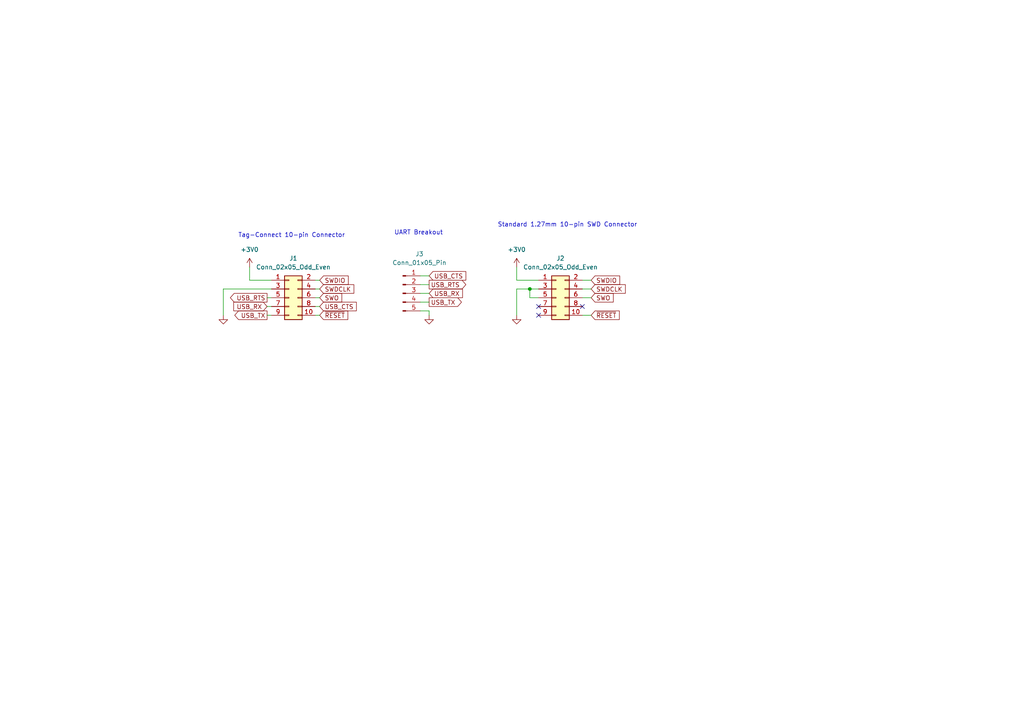
<source format=kicad_sch>
(kicad_sch (version 20231120) (generator "eeschema") (generator_version "8.0")
  (paper "A4")
  (lib_symbols
    (symbol "Connector:Conn_01x05_Pin" (pin_names (offset 1.016) hide)
      (property "Reference" "J" (at 0 7.62 0))
      (property "Value" "Conn_01x05_Pin" (at 0 -7.62 0))
      (symbol "Conn_01x05_Pin_1_1"
        (polyline (pts (xy 1.27 -5.08) (xy 0.8636 -5.08)) (stroke (width 0.1524)))
        (polyline (pts (xy 1.27 -2.54) (xy 0.8636 -2.54)) (stroke (width 0.1524)))
        (polyline (pts (xy 1.27 0) (xy 0.8636 0)) (stroke (width 0.1524)))
        (polyline (pts (xy 1.27 2.54) (xy 0.8636 2.54)) (stroke (width 0.1524)))
        (polyline (pts (xy 1.27 5.08) (xy 0.8636 5.08)) (stroke (width 0.1524)))
        (rectangle (start 0.8636 -4.953) (end 0 -5.207) (stroke (width 0.1524)) (fill (type outline)))
        (rectangle (start 0.8636 -2.413) (end 0 -2.667) (stroke (width 0.1524)) (fill (type outline)))
        (rectangle (start 0.8636 0.127) (end 0 -0.127) (stroke (width 0.1524)) (fill (type outline)))
        (rectangle (start 0.8636 2.667) (end 0 2.413) (stroke (width 0.1524)) (fill (type outline)))
        (rectangle (start 0.8636 5.207) (end 0 4.953) (stroke (width 0.1524)) (fill (type outline)))
        (pin passive line (at 5.08 5.08 180) (length 3.81) (name "Pin_1") (number "1"))
        (pin passive line (at 5.08 2.54 180) (length 3.81) (name "Pin_2") (number "2"))
        (pin passive line (at 5.08 0 180) (length 3.81) (name "Pin_3") (number "3"))
        (pin passive line (at 5.08 -2.54 180) (length 3.81) (name "Pin_4") (number "4"))
        (pin passive line (at 5.08 -5.08 180) (length 3.81) (name "Pin_5") (number "5"))
      )
    )
    (symbol "Connector_Generic:Conn_02x05_Odd_Even" (pin_names (offset 1.016) hide)
      (property "Reference" "J" (at 1.27 7.62 0))
      (property "Value" "Conn_02x05_Odd_Even" (at 1.27 -7.62 0))
      (symbol "Conn_02x05_Odd_Even_1_1"
        (rectangle (start -1.27 -4.953) (end 0 -5.207) (stroke (width 0.1524)))
        (rectangle (start -1.27 -2.413) (end 0 -2.667) (stroke (width 0.1524)))
        (rectangle (start -1.27 0.127) (end 0 -0.127) (stroke (width 0.1524)))
        (rectangle (start -1.27 2.667) (end 0 2.413) (stroke (width 0.1524)))
        (rectangle (start -1.27 5.207) (end 0 4.953) (stroke (width 0.1524)))
        (rectangle (start -1.27 6.35) (end 3.81 -6.35) (stroke (width 0.254)) (fill (type background)))
        (rectangle (start 3.81 -4.953) (end 2.54 -5.207) (stroke (width 0.1524)))
        (rectangle (start 3.81 -2.413) (end 2.54 -2.667) (stroke (width 0.1524)))
        (rectangle (start 3.81 0.127) (end 2.54 -0.127) (stroke (width 0.1524)))
        (rectangle (start 3.81 2.667) (end 2.54 2.413) (stroke (width 0.1524)))
        (rectangle (start 3.81 5.207) (end 2.54 4.953) (stroke (width 0.1524)))
        (pin passive line (at -5.08 5.08 0) (length 3.81) (name "Pin_1") (number "1"))
        (pin passive line (at 7.62 -5.08 180) (length 3.81) (name "Pin_10") (number "10"))
        (pin passive line (at 7.62 5.08 180) (length 3.81) (name "Pin_2") (number "2"))
        (pin passive line (at -5.08 2.54 0) (length 3.81) (name "Pin_3") (number "3"))
        (pin passive line (at 7.62 2.54 180) (length 3.81) (name "Pin_4") (number "4"))
        (pin passive line (at -5.08 0 0) (length 3.81) (name "Pin_5") (number "5"))
        (pin passive line (at 7.62 0 180) (length 3.81) (name "Pin_6") (number "6"))
        (pin passive line (at -5.08 -2.54 0) (length 3.81) (name "Pin_7") (number "7"))
        (pin passive line (at 7.62 -2.54 180) (length 3.81) (name "Pin_8") (number "8"))
        (pin passive line (at -5.08 -5.08 0) (length 3.81) (name "Pin_9") (number "9"))
      )
    )
    (symbol "power:+3V0" (power) (pin_names (offset 0))
      (property "Value" "+3V0" (at 0 3.556 0))
      (symbol "+3V0_0_1"
        (polyline (pts (xy -0.762 1.27) (xy 0 2.54)))
        (polyline (pts (xy 0 0) (xy 0 2.54)))
        (polyline (pts (xy 0 2.54) (xy 0.762 1.27)))
      )
      (symbol "+3V0_1_1"
        (pin power_in line (at 0 0 90) (length 0) hide (name "+3V0") (number "1"))
      )
    )
    (symbol "power:GND" (power) (pin_names (offset 0))
      (property "Value" "GND" (at 0 -3.81 0))
      (symbol "GND_0_1"
        (polyline (pts (xy 0 0) (xy 0 -1.27) (xy 1.27 -1.27) (xy 0 -2.54) (xy -1.27 -1.27) (xy 0 -1.27)))
      )
      (symbol "GND_1_1"
        (pin power_in line (at 0 0 270) (length 0) hide (name "GND") (number "1"))
      )
    )
  )
  (junction (at 153.67 83.82))
  (no_connect (at 156.21 91.44))
  (no_connect (at 156.21 88.9))
  (no_connect (at 168.91 88.9))
  (wire (pts (xy 78.74 83.82) (xy 64.77 83.82)))
  (wire (pts (xy 156.21 81.28) (xy 149.86 81.28)))
  (wire (pts (xy 91.44 91.44) (xy 92.71 91.44)))
  (wire (pts (xy 72.39 81.28) (xy 72.39 77.47)))
  (wire (pts (xy 91.44 83.82) (xy 92.71 83.82)))
  (wire (pts (xy 121.92 85.09) (xy 124.46 85.09)))
  (wire (pts (xy 121.92 90.17) (xy 124.46 90.17)))
  (wire (pts (xy 168.91 81.28) (xy 171.45 81.28)))
  (wire (pts (xy 91.44 86.36) (xy 92.71 86.36)))
  (wire (pts (xy 77.47 91.44) (xy 78.74 91.44)))
  (wire (pts (xy 121.92 82.55) (xy 124.46 82.55)))
  (wire (pts (xy 91.44 81.28) (xy 92.71 81.28)))
  (wire (pts (xy 153.67 86.36) (xy 153.67 83.82)))
  (wire (pts (xy 64.77 83.82) (xy 64.77 91.44)))
  (wire (pts (xy 121.92 80.01) (xy 124.46 80.01)))
  (wire (pts (xy 124.46 90.17) (xy 124.46 91.44)))
  (wire (pts (xy 156.21 86.36) (xy 153.67 86.36)))
  (wire (pts (xy 168.91 86.36) (xy 171.45 86.36)))
  (wire (pts (xy 91.44 88.9) (xy 92.71 88.9)))
  (wire (pts (xy 149.86 81.28) (xy 149.86 77.47)))
  (wire (pts (xy 121.92 87.63) (xy 124.46 87.63)))
  (wire (pts (xy 78.74 81.28) (xy 72.39 81.28)))
  (wire (pts (xy 149.86 83.82) (xy 149.86 91.44)))
  (wire (pts (xy 168.91 91.44) (xy 171.45 91.44)))
  (wire (pts (xy 156.21 83.82) (xy 153.67 83.82)))
  (wire (pts (xy 77.47 86.36) (xy 78.74 86.36)))
  (wire (pts (xy 168.91 83.82) (xy 171.45 83.82)))
  (wire (pts (xy 153.67 83.82) (xy 149.86 83.82)))
  (wire (pts (xy 77.47 88.9) (xy 78.74 88.9)))
  (text "Standard 1.27mm 10-pin SWD Connector" (at 164.592 65.278 0) (effects (font (size 1.27 1.27))))
  (text "UART Breakout" (at 121.412 67.564 0) (effects (font (size 1.27 1.27))))
  (text "Tag-Connect 10-pin Connector" (at 84.582 68.326 0) (effects (font (size 1.27 1.27))))
  (global_label "SWO" (shape input) (at 171.45 86.36 0) (property "Intersheetrefs" "${INTERSHEET_REFS}" (effects (hide yes))))
  (global_label "SWDIO" (shape input) (at 171.45 81.28 0) (property "Intersheetrefs" "${INTERSHEET_REFS}" (effects (hide yes))))
  (global_label "USB_RTS" (shape output) (at 124.46 82.55 0) (property "Intersheetrefs" "${INTERSHEET_REFS}" (effects (hide yes))))
  (global_label "USB_TX" (shape output) (at 124.46 87.63 0) (property "Intersheetrefs" "${INTERSHEET_REFS}" (effects (hide yes))))
  (global_label "USB_CTS" (shape input) (at 92.71 88.9 0) (property "Intersheetrefs" "${INTERSHEET_REFS}" (effects (hide yes))))
  (global_label "SWDCLK" (shape input) (at 171.45 83.82 0) (property "Intersheetrefs" "${INTERSHEET_REFS}" (effects (hide yes))))
  (global_label "USB_RTS" (shape output) (at 77.47 86.36 180) (property "Intersheetrefs" "${INTERSHEET_REFS}" (effects (hide yes))))
  (global_label "SWDCLK" (shape input) (at 92.71 83.82 0) (property "Intersheetrefs" "${INTERSHEET_REFS}" (effects (hide yes))))
  (global_label "USB_RX" (shape input) (at 77.47 88.9 180) (property "Intersheetrefs" "${INTERSHEET_REFS}" (effects (hide yes))))
  (global_label "USB_CTS" (shape input) (at 124.46 80.01 0) (property "Intersheetrefs" "${INTERSHEET_REFS}" (effects (hide yes))))
  (global_label "~{RESET}" (shape input) (at 92.71 91.44 0) (property "Intersheetrefs" "${INTERSHEET_REFS}" (effects (hide yes))))
  (global_label "USB_RX" (shape input) (at 124.46 85.09 0) (property "Intersheetrefs" "${INTERSHEET_REFS}" (effects (hide yes))))
  (global_label "USB_TX" (shape output) (at 77.47 91.44 180) (property "Intersheetrefs" "${INTERSHEET_REFS}" (effects (hide yes))))
  (global_label "SWDIO" (shape input) (at 92.71 81.28 0) (property "Intersheetrefs" "${INTERSHEET_REFS}" (effects (hide yes))))
  (global_label "SWO" (shape input) (at 92.71 86.36 0) (property "Intersheetrefs" "${INTERSHEET_REFS}" (effects (hide yes))))
  (global_label "~{RESET}" (shape input) (at 171.45 91.44 0) (property "Intersheetrefs" "${INTERSHEET_REFS}" (effects (hide yes))))
  (symbol (lib_id "power:GND") (at 124.46 91.44 0) (unit 1)
    (property "Reference" "#PWR05" (effects (hide yes)))
    (property "Value" "GND" (effects (hide yes)))
  )
  (symbol (lib_id "power:GND") (at 64.77 91.44 0) (unit 1)
    (property "Reference" "#PWR02" (effects (hide yes)))
    (property "Value" "GND" (effects (hide yes)))
  )
  (symbol (lib_id "Connector_Generic:Conn_02x05_Odd_Even") (at 161.29 86.36 0) (unit 1)
    (property "Reference" "J2" (at 162.56 74.93 0))
    (property "Value" "Conn_02x05_Odd_Even" (at 162.56 77.47 0))
    (property "Footprint" "TagConnectAdapter:AMPHENOL_20021311-00010T4LF" (effects (hide yes)))
    (property "Description" "Generic connector, double row, 02x05, odd/even pin numbering scheme (row 1 odd numbers, row 2 even numbers), script generated (kicad-library-utils/schlib/autogen/connector/)" (effects (hide yes)))
  )
  (symbol (lib_id "power:+3V0") (at 72.39 77.47 0) (unit 1)
    (property "Reference" "#PWR01" (effects (hide yes)))
    (property "Value" "+3V0" (at 72.39 72.39 0))
  )
  (symbol (lib_id "power:GND") (at 149.86 91.44 0) (unit 1)
    (property "Reference" "#PWR04" (effects (hide yes)))
    (property "Value" "GND" (effects (hide yes)))
  )
  (symbol (lib_id "power:+3V0") (at 149.86 77.47 0) (unit 1)
    (property "Reference" "#PWR03" (effects (hide yes)))
    (property "Value" "+3V0" (at 149.86 72.39 0))
  )
  (symbol (lib_id "Connector_Generic:Conn_02x05_Odd_Even") (at 83.82 86.36 0) (unit 1)
    (property "Reference" "J1" (at 85.09 74.93 0))
    (property "Value" "Conn_02x05_Odd_Even" (at 85.09 77.47 0))
    (property "Footprint" "TagConnectAdapter:CNC_TECH_1.27mm_10-pin" (effects (hide yes)))
    (property "Description" "Generic connector, double row, 02x05, odd/even pin numbering scheme (row 1 odd numbers, row 2 even numbers), script generated (kicad-library-utils/schlib/autogen/connector/)" (effects (hide yes)))
  )
  (symbol (lib_id "Connector:Conn_01x05_Pin") (at 116.84 85.09 0) (unit 1)
    (property "Reference" "J3" (at 121.666 73.66 0))
    (property "Value" "Conn_01x05_Pin" (at 121.666 76.2 0))
    (property "Footprint" "Connector_PinSocket_2.54mm:PinSocket_1x05_P2.54mm_Vertical" (effects (hide yes)))
    (property "Description" "Generic connector, single row, 01x05, script generated" (effects (hide yes)))
  )
)
</source>
